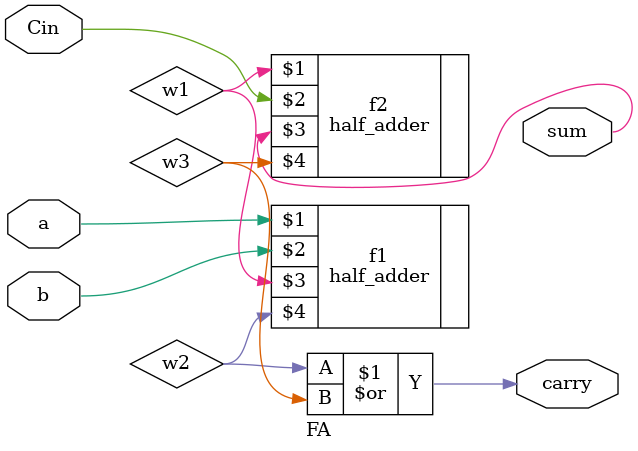
<source format=v>
`timescale 1ns / 1ps


module FA(a,b,Cin,sum,carry);
input a,b,Cin;
output sum,carry;
wire w1,w2,w3;
half_adder f1(a,b,w1,w2);
half_adder f2(w1,Cin,sum,w3);
or g1(carry,w2,w3);
endmodule

</source>
